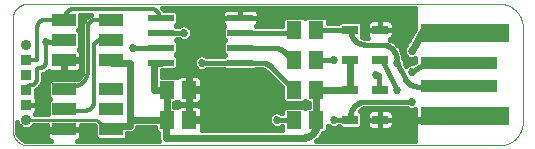
<source format=gtl>
G75*
%MOIN*%
%OFA0B0*%
%FSLAX25Y25*%
%IPPOS*%
%LPD*%
%AMOC8*
5,1,8,0,0,1.08239X$1,22.5*
%
%ADD10C,0.00000*%
%ADD11R,0.05118X0.05906*%
%ADD12R,0.05315X0.03150*%
%ADD13R,0.08700X0.02400*%
%ADD14R,0.07874X0.04331*%
%ADD15R,0.03500X0.03200*%
%ADD16C,0.03500*%
%ADD17R,0.29528X0.05906*%
%ADD18R,0.25591X0.03937*%
%ADD19C,0.02400*%
%ADD20C,0.01500*%
%ADD21C,0.01000*%
%ADD22C,0.01600*%
%ADD23C,0.01200*%
%ADD24C,0.02700*%
%ADD25C,0.00600*%
D10*
X0011800Y0006800D02*
X0168926Y0006800D01*
X0169116Y0006802D01*
X0169306Y0006809D01*
X0169496Y0006821D01*
X0169686Y0006837D01*
X0169875Y0006857D01*
X0170064Y0006883D01*
X0170252Y0006912D01*
X0170439Y0006947D01*
X0170625Y0006986D01*
X0170810Y0007029D01*
X0170995Y0007077D01*
X0171178Y0007129D01*
X0171359Y0007185D01*
X0171539Y0007246D01*
X0171718Y0007312D01*
X0171895Y0007381D01*
X0172071Y0007455D01*
X0172244Y0007533D01*
X0172416Y0007616D01*
X0172585Y0007702D01*
X0172753Y0007792D01*
X0172918Y0007887D01*
X0173081Y0007985D01*
X0173241Y0008088D01*
X0173399Y0008194D01*
X0173554Y0008304D01*
X0173707Y0008417D01*
X0173857Y0008535D01*
X0174003Y0008656D01*
X0174147Y0008780D01*
X0174288Y0008908D01*
X0174426Y0009039D01*
X0174561Y0009174D01*
X0174692Y0009312D01*
X0174820Y0009453D01*
X0174944Y0009597D01*
X0175065Y0009743D01*
X0175183Y0009893D01*
X0175296Y0010046D01*
X0175406Y0010201D01*
X0175512Y0010359D01*
X0175615Y0010519D01*
X0175713Y0010682D01*
X0175808Y0010847D01*
X0175898Y0011015D01*
X0175984Y0011184D01*
X0176067Y0011356D01*
X0176145Y0011529D01*
X0176219Y0011705D01*
X0176288Y0011882D01*
X0176354Y0012061D01*
X0176415Y0012241D01*
X0176471Y0012422D01*
X0176523Y0012605D01*
X0176571Y0012790D01*
X0176614Y0012975D01*
X0176653Y0013161D01*
X0176688Y0013348D01*
X0176717Y0013536D01*
X0176743Y0013725D01*
X0176763Y0013914D01*
X0176779Y0014104D01*
X0176791Y0014294D01*
X0176798Y0014484D01*
X0176800Y0014674D01*
X0176800Y0046170D01*
X0176798Y0046360D01*
X0176791Y0046550D01*
X0176779Y0046740D01*
X0176763Y0046930D01*
X0176743Y0047119D01*
X0176717Y0047308D01*
X0176688Y0047496D01*
X0176653Y0047683D01*
X0176614Y0047869D01*
X0176571Y0048054D01*
X0176523Y0048239D01*
X0176471Y0048422D01*
X0176415Y0048603D01*
X0176354Y0048783D01*
X0176288Y0048962D01*
X0176219Y0049139D01*
X0176145Y0049315D01*
X0176067Y0049488D01*
X0175984Y0049660D01*
X0175898Y0049829D01*
X0175808Y0049997D01*
X0175713Y0050162D01*
X0175615Y0050325D01*
X0175512Y0050485D01*
X0175406Y0050643D01*
X0175296Y0050798D01*
X0175183Y0050951D01*
X0175065Y0051101D01*
X0174944Y0051247D01*
X0174820Y0051391D01*
X0174692Y0051532D01*
X0174561Y0051670D01*
X0174426Y0051805D01*
X0174288Y0051936D01*
X0174147Y0052064D01*
X0174003Y0052188D01*
X0173857Y0052309D01*
X0173707Y0052427D01*
X0173554Y0052540D01*
X0173399Y0052650D01*
X0173241Y0052756D01*
X0173081Y0052859D01*
X0172918Y0052957D01*
X0172753Y0053052D01*
X0172585Y0053142D01*
X0172416Y0053228D01*
X0172244Y0053311D01*
X0172071Y0053389D01*
X0171895Y0053463D01*
X0171718Y0053532D01*
X0171539Y0053598D01*
X0171359Y0053659D01*
X0171178Y0053715D01*
X0170995Y0053767D01*
X0170810Y0053815D01*
X0170625Y0053858D01*
X0170439Y0053897D01*
X0170252Y0053932D01*
X0170064Y0053961D01*
X0169875Y0053987D01*
X0169686Y0054007D01*
X0169496Y0054023D01*
X0169306Y0054035D01*
X0169116Y0054042D01*
X0168926Y0054044D01*
X0011800Y0054044D01*
X0011660Y0054042D01*
X0011520Y0054036D01*
X0011380Y0054026D01*
X0011240Y0054013D01*
X0011101Y0053995D01*
X0010962Y0053973D01*
X0010825Y0053948D01*
X0010687Y0053919D01*
X0010551Y0053886D01*
X0010416Y0053849D01*
X0010282Y0053808D01*
X0010149Y0053763D01*
X0010017Y0053715D01*
X0009887Y0053663D01*
X0009758Y0053608D01*
X0009631Y0053549D01*
X0009505Y0053486D01*
X0009381Y0053420D01*
X0009260Y0053351D01*
X0009140Y0053278D01*
X0009022Y0053201D01*
X0008907Y0053122D01*
X0008793Y0053039D01*
X0008683Y0052953D01*
X0008574Y0052864D01*
X0008468Y0052772D01*
X0008365Y0052677D01*
X0008264Y0052580D01*
X0008167Y0052479D01*
X0008072Y0052376D01*
X0007980Y0052270D01*
X0007891Y0052161D01*
X0007805Y0052051D01*
X0007722Y0051937D01*
X0007643Y0051822D01*
X0007566Y0051704D01*
X0007493Y0051584D01*
X0007424Y0051463D01*
X0007358Y0051339D01*
X0007295Y0051213D01*
X0007236Y0051086D01*
X0007181Y0050957D01*
X0007129Y0050827D01*
X0007081Y0050695D01*
X0007036Y0050562D01*
X0006995Y0050428D01*
X0006958Y0050293D01*
X0006925Y0050157D01*
X0006896Y0050019D01*
X0006871Y0049882D01*
X0006849Y0049743D01*
X0006831Y0049604D01*
X0006818Y0049464D01*
X0006808Y0049324D01*
X0006802Y0049184D01*
X0006800Y0049044D01*
X0006800Y0011800D01*
X0006802Y0011660D01*
X0006808Y0011520D01*
X0006818Y0011380D01*
X0006831Y0011240D01*
X0006849Y0011101D01*
X0006871Y0010962D01*
X0006896Y0010825D01*
X0006925Y0010687D01*
X0006958Y0010551D01*
X0006995Y0010416D01*
X0007036Y0010282D01*
X0007081Y0010149D01*
X0007129Y0010017D01*
X0007181Y0009887D01*
X0007236Y0009758D01*
X0007295Y0009631D01*
X0007358Y0009505D01*
X0007424Y0009381D01*
X0007493Y0009260D01*
X0007566Y0009140D01*
X0007643Y0009022D01*
X0007722Y0008907D01*
X0007805Y0008793D01*
X0007891Y0008683D01*
X0007980Y0008574D01*
X0008072Y0008468D01*
X0008167Y0008365D01*
X0008264Y0008264D01*
X0008365Y0008167D01*
X0008468Y0008072D01*
X0008574Y0007980D01*
X0008683Y0007891D01*
X0008793Y0007805D01*
X0008907Y0007722D01*
X0009022Y0007643D01*
X0009140Y0007566D01*
X0009260Y0007493D01*
X0009381Y0007424D01*
X0009505Y0007358D01*
X0009631Y0007295D01*
X0009758Y0007236D01*
X0009887Y0007181D01*
X0010017Y0007129D01*
X0010149Y0007081D01*
X0010282Y0007036D01*
X0010416Y0006995D01*
X0010551Y0006958D01*
X0010687Y0006925D01*
X0010825Y0006896D01*
X0010962Y0006871D01*
X0011101Y0006849D01*
X0011240Y0006831D01*
X0011380Y0006818D01*
X0011520Y0006808D01*
X0011660Y0006802D01*
X0011800Y0006800D01*
D11*
X0058060Y0015422D03*
X0065540Y0015422D03*
X0065540Y0025422D03*
X0058060Y0025422D03*
X0100560Y0025422D03*
X0108040Y0025422D03*
X0108040Y0015422D03*
X0100560Y0015422D03*
X0100560Y0035422D03*
X0108040Y0035422D03*
X0108040Y0045422D03*
X0100560Y0045422D03*
D12*
X0119300Y0045422D03*
X0129300Y0045422D03*
X0129300Y0035422D03*
X0119300Y0035422D03*
X0119300Y0025422D03*
X0129300Y0025422D03*
X0129300Y0015422D03*
X0119300Y0015422D03*
D13*
X0082600Y0034422D03*
X0082600Y0039422D03*
X0082600Y0044422D03*
X0082600Y0049422D03*
X0056100Y0049422D03*
X0056100Y0044422D03*
X0056100Y0039422D03*
X0056100Y0034422D03*
D14*
X0039674Y0035229D03*
X0023926Y0035229D03*
X0023926Y0041922D03*
X0039674Y0041922D03*
X0039674Y0048615D03*
X0023926Y0048615D03*
X0023926Y0025515D03*
X0039674Y0025515D03*
X0039674Y0018822D03*
X0023926Y0018822D03*
X0023926Y0012129D03*
X0039674Y0012129D03*
D15*
X0011300Y0020422D03*
X0011300Y0025422D03*
X0011300Y0030422D03*
X0011300Y0035422D03*
D16*
X0011300Y0040422D03*
X0011300Y0015422D03*
D17*
X0157587Y0016642D03*
X0157587Y0044202D03*
D18*
X0155619Y0034359D03*
X0155619Y0026485D03*
D19*
X0158808Y0015800D02*
X0137800Y0015422D01*
X0108040Y0015422D02*
X0108040Y0013422D01*
X0108024Y0013291D01*
X0108004Y0013161D01*
X0107980Y0013032D01*
X0107952Y0012903D01*
X0107920Y0012775D01*
X0107885Y0012648D01*
X0107846Y0012522D01*
X0107804Y0012398D01*
X0107758Y0012274D01*
X0107708Y0012152D01*
X0107655Y0012032D01*
X0107598Y0011913D01*
X0107538Y0011796D01*
X0107474Y0011680D01*
X0107407Y0011567D01*
X0107337Y0011455D01*
X0107264Y0011346D01*
X0107187Y0011239D01*
X0107108Y0011134D01*
X0107025Y0011031D01*
X0106940Y0010931D01*
X0106851Y0010834D01*
X0106760Y0010739D01*
X0106666Y0010646D01*
X0106569Y0010557D01*
X0106470Y0010470D01*
X0106369Y0010386D01*
X0106265Y0010305D01*
X0106158Y0010228D01*
X0106050Y0010153D01*
X0105939Y0010082D01*
X0105826Y0010014D01*
X0105712Y0009949D01*
X0105595Y0009887D01*
X0105477Y0009829D01*
X0105357Y0009775D01*
X0105236Y0009724D01*
X0105113Y0009676D01*
X0104989Y0009632D01*
X0104863Y0009592D01*
X0104737Y0009555D01*
X0104609Y0009522D01*
X0104481Y0009493D01*
X0104352Y0009467D01*
X0104222Y0009446D01*
X0104091Y0009428D01*
X0103960Y0009414D01*
X0103829Y0009403D01*
X0103697Y0009397D01*
X0103566Y0009394D01*
X0103434Y0009395D01*
X0103302Y0009400D01*
X0103171Y0009409D01*
X0103040Y0009422D01*
X0057800Y0009422D01*
X0058060Y0025422D01*
X0053800Y0025422D01*
X0053800Y0034422D01*
X0056100Y0034422D01*
X0045800Y0034422D02*
X0045800Y0015422D01*
X0045800Y0013422D01*
X0039674Y0013422D01*
X0045800Y0015422D02*
X0057800Y0015422D01*
X0057800Y0009422D01*
X0058060Y0015422D02*
X0058060Y0025422D01*
X0057800Y0025422D01*
X0045800Y0034422D02*
X0039800Y0034422D01*
X0108040Y0025422D02*
X0108040Y0015422D01*
X0108040Y0025422D02*
X0119300Y0025422D01*
X0119300Y0035422D01*
X0139800Y0038422D02*
X0143800Y0045800D01*
D20*
X0119300Y0045422D02*
X0108040Y0045422D01*
X0083800Y0039422D02*
X0082600Y0039422D01*
X0099800Y0035422D02*
X0100560Y0035422D01*
X0039674Y0035229D02*
X0039674Y0034422D01*
X0057800Y0015422D02*
X0058060Y0015422D01*
X0039674Y0013422D02*
X0039674Y0012129D01*
D21*
X0039674Y0013422D02*
X0036800Y0013422D01*
X0035532Y0014690D02*
X0035461Y0014758D01*
X0035388Y0014823D01*
X0035312Y0014885D01*
X0035233Y0014945D01*
X0035153Y0015001D01*
X0035070Y0015054D01*
X0034986Y0015103D01*
X0034899Y0015150D01*
X0034811Y0015192D01*
X0034721Y0015232D01*
X0034629Y0015267D01*
X0034537Y0015300D01*
X0034443Y0015328D01*
X0034348Y0015353D01*
X0034252Y0015374D01*
X0034155Y0015391D01*
X0034058Y0015405D01*
X0033960Y0015414D01*
X0033862Y0015420D01*
X0033764Y0015422D01*
X0011300Y0015422D01*
D22*
X0008200Y0014675D02*
X0008630Y0013638D01*
X0009516Y0012752D01*
X0010673Y0012272D01*
X0011927Y0012272D01*
X0013084Y0012752D01*
X0013855Y0013522D01*
X0018189Y0013522D01*
X0018189Y0012412D01*
X0023643Y0012412D01*
X0023643Y0013522D01*
X0024209Y0013522D01*
X0024209Y0012412D01*
X0029663Y0012412D01*
X0029663Y0013522D01*
X0033764Y0013522D01*
X0033882Y0013510D01*
X0033884Y0013509D01*
X0034337Y0013057D01*
X0034337Y0009384D01*
X0035157Y0008564D01*
X0044191Y0008564D01*
X0045011Y0009384D01*
X0045011Y0010822D01*
X0046317Y0010822D01*
X0047273Y0011218D01*
X0048004Y0011949D01*
X0048366Y0012822D01*
X0054101Y0012822D01*
X0054101Y0011889D01*
X0054921Y0011069D01*
X0055200Y0011069D01*
X0055200Y0009443D01*
X0055192Y0008947D01*
X0055200Y0008927D01*
X0055200Y0008905D01*
X0055390Y0008447D01*
X0055487Y0008200D01*
X0028235Y0008200D01*
X0028558Y0008286D01*
X0028968Y0008523D01*
X0029303Y0008859D01*
X0029540Y0009269D01*
X0029663Y0009727D01*
X0029663Y0011846D01*
X0024209Y0011846D01*
X0024209Y0012412D01*
X0023643Y0012412D01*
X0023643Y0011846D01*
X0018189Y0011846D01*
X0018189Y0009727D01*
X0018312Y0009269D01*
X0018549Y0008859D01*
X0018884Y0008523D01*
X0019294Y0008286D01*
X0019617Y0008200D01*
X0011800Y0008200D01*
X0011098Y0008269D01*
X0009800Y0008807D01*
X0008807Y0009800D01*
X0008269Y0011098D01*
X0008200Y0011800D01*
X0008200Y0014675D01*
X0008200Y0013194D02*
X0009073Y0013194D01*
X0008220Y0011596D02*
X0018189Y0011596D01*
X0015800Y0011422D02*
X0023926Y0012422D01*
X0023926Y0012129D01*
X0023643Y0013194D02*
X0024209Y0013194D01*
X0029663Y0013194D02*
X0034200Y0013194D01*
X0031800Y0012422D02*
X0031800Y0012129D01*
X0029663Y0011596D02*
X0034337Y0011596D01*
X0034337Y0009997D02*
X0029663Y0009997D01*
X0028752Y0008399D02*
X0055409Y0008399D01*
X0055200Y0009997D02*
X0045011Y0009997D01*
X0047650Y0011596D02*
X0054395Y0011596D01*
X0065540Y0015422D02*
X0072800Y0015422D01*
X0069899Y0015902D02*
X0069899Y0018612D01*
X0069777Y0019070D01*
X0069540Y0019480D01*
X0069204Y0019815D01*
X0068794Y0020052D01*
X0068336Y0020175D01*
X0066020Y0020175D01*
X0066020Y0015902D01*
X0065061Y0015902D01*
X0065061Y0020175D01*
X0062744Y0020175D01*
X0062286Y0020052D01*
X0061876Y0019815D01*
X0061541Y0019480D01*
X0061523Y0019450D01*
X0061199Y0019775D01*
X0060660Y0019775D01*
X0060660Y0021069D01*
X0061199Y0021069D01*
X0061523Y0021394D01*
X0061541Y0021364D01*
X0061876Y0021029D01*
X0062286Y0020792D01*
X0062744Y0020669D01*
X0065061Y0020669D01*
X0065061Y0024942D01*
X0066020Y0024942D01*
X0066020Y0020669D01*
X0068336Y0020669D01*
X0068794Y0020792D01*
X0069204Y0021029D01*
X0069540Y0021364D01*
X0069777Y0021774D01*
X0069899Y0022232D01*
X0069899Y0024942D01*
X0066020Y0024942D01*
X0066020Y0025902D01*
X0065061Y0025902D01*
X0065061Y0030175D01*
X0062744Y0030175D01*
X0062286Y0030052D01*
X0061876Y0029815D01*
X0061541Y0029480D01*
X0061523Y0029450D01*
X0061199Y0029775D01*
X0056400Y0029775D01*
X0056400Y0031822D01*
X0061030Y0031822D01*
X0061850Y0032642D01*
X0061850Y0036202D01*
X0061130Y0036922D01*
X0061850Y0037642D01*
X0061850Y0041202D01*
X0061130Y0041922D01*
X0061430Y0042222D01*
X0062111Y0042222D01*
X0062242Y0042091D01*
X0063253Y0041672D01*
X0064347Y0041672D01*
X0065358Y0042091D01*
X0066131Y0042864D01*
X0066550Y0043875D01*
X0066550Y0044969D01*
X0066131Y0045980D01*
X0065358Y0046753D01*
X0064347Y0047172D01*
X0063253Y0047172D01*
X0062242Y0046753D01*
X0062111Y0046622D01*
X0061430Y0046622D01*
X0061130Y0046922D01*
X0061850Y0047642D01*
X0061850Y0051202D01*
X0061030Y0052022D01*
X0057135Y0052022D01*
X0057039Y0052254D01*
X0057039Y0052254D01*
X0056649Y0052644D01*
X0140800Y0052644D01*
X0140800Y0045722D01*
X0137946Y0040457D01*
X0137469Y0039980D01*
X0137050Y0038969D01*
X0137050Y0037875D01*
X0137469Y0036864D01*
X0138242Y0036091D01*
X0139253Y0035672D01*
X0140347Y0035672D01*
X0140800Y0035860D01*
X0140800Y0034576D01*
X0140121Y0034172D01*
X0139253Y0034172D01*
X0138242Y0033753D01*
X0137810Y0033321D01*
X0137542Y0033857D01*
X0137550Y0033875D01*
X0137550Y0034969D01*
X0137131Y0035980D01*
X0137000Y0036111D01*
X0137000Y0036854D01*
X0135904Y0039500D01*
X0135904Y0039500D01*
X0133878Y0041526D01*
X0132453Y0042116D01*
X0132652Y0042170D01*
X0133063Y0042407D01*
X0133398Y0042742D01*
X0133635Y0043152D01*
X0133757Y0043610D01*
X0133757Y0045422D01*
X0129300Y0045422D01*
X0134800Y0045422D01*
X0133757Y0045422D02*
X0133757Y0047234D01*
X0133635Y0047692D01*
X0133398Y0048102D01*
X0133063Y0048437D01*
X0132652Y0048674D01*
X0132194Y0048797D01*
X0129300Y0048797D01*
X0129300Y0045422D01*
X0129300Y0045422D01*
X0133757Y0045422D01*
X0133757Y0045164D02*
X0140498Y0045164D01*
X0139631Y0043566D02*
X0133746Y0043566D01*
X0132813Y0041967D02*
X0138765Y0041967D01*
X0133878Y0041526D02*
X0133878Y0041526D01*
X0135036Y0040369D02*
X0137858Y0040369D01*
X0137050Y0038770D02*
X0136206Y0038770D01*
X0136868Y0037172D02*
X0137341Y0037172D01*
X0137300Y0035573D02*
X0140800Y0035573D01*
X0138777Y0033975D02*
X0137550Y0033975D01*
X0134800Y0034422D02*
X0134800Y0035422D01*
X0134800Y0034422D02*
X0137418Y0029186D01*
X0139800Y0031422D02*
X0143800Y0033800D01*
X0155619Y0034359D01*
X0155619Y0026485D02*
X0155432Y0026421D01*
X0155244Y0026362D01*
X0155054Y0026307D01*
X0154863Y0026257D01*
X0154670Y0026212D01*
X0154477Y0026171D01*
X0154283Y0026136D01*
X0154088Y0026105D01*
X0153892Y0026079D01*
X0153695Y0026057D01*
X0153498Y0026041D01*
X0153301Y0026029D01*
X0153104Y0026022D01*
X0152906Y0026020D01*
X0152709Y0026023D01*
X0152511Y0026031D01*
X0152314Y0026043D01*
X0152117Y0026060D01*
X0151921Y0026083D01*
X0151725Y0026110D01*
X0151531Y0026141D01*
X0151336Y0026178D01*
X0151143Y0026219D01*
X0150951Y0026265D01*
X0150760Y0026316D01*
X0150571Y0026371D01*
X0150382Y0026431D01*
X0150196Y0026496D01*
X0150011Y0026565D01*
X0149827Y0026639D01*
X0149646Y0026717D01*
X0149467Y0026800D01*
X0141890Y0026422D01*
X0134800Y0025422D02*
X0129800Y0035422D01*
X0134800Y0035422D02*
X0134798Y0035562D01*
X0134792Y0035702D01*
X0134782Y0035842D01*
X0134769Y0035982D01*
X0134751Y0036121D01*
X0134729Y0036260D01*
X0134704Y0036397D01*
X0134675Y0036535D01*
X0134642Y0036671D01*
X0134605Y0036806D01*
X0134564Y0036940D01*
X0134519Y0037073D01*
X0134471Y0037205D01*
X0134419Y0037335D01*
X0134364Y0037464D01*
X0134305Y0037591D01*
X0134242Y0037717D01*
X0134176Y0037841D01*
X0134107Y0037962D01*
X0134034Y0038082D01*
X0133957Y0038200D01*
X0133878Y0038315D01*
X0133795Y0038429D01*
X0133709Y0038539D01*
X0133620Y0038648D01*
X0133528Y0038754D01*
X0133433Y0038857D01*
X0133336Y0038958D01*
X0133235Y0039055D01*
X0133132Y0039150D01*
X0133026Y0039242D01*
X0132917Y0039331D01*
X0132807Y0039417D01*
X0132693Y0039500D01*
X0132578Y0039579D01*
X0132460Y0039656D01*
X0132340Y0039729D01*
X0132219Y0039798D01*
X0132095Y0039864D01*
X0131969Y0039927D01*
X0131842Y0039986D01*
X0131713Y0040041D01*
X0131583Y0040093D01*
X0131451Y0040141D01*
X0131318Y0040186D01*
X0131184Y0040227D01*
X0131049Y0040264D01*
X0130913Y0040297D01*
X0130775Y0040326D01*
X0130638Y0040351D01*
X0130499Y0040373D01*
X0130360Y0040391D01*
X0130220Y0040404D01*
X0130080Y0040414D01*
X0129940Y0040420D01*
X0129800Y0040422D01*
X0124325Y0040422D01*
X0124325Y0042622D02*
X0123813Y0042669D01*
X0123052Y0042962D01*
X0123357Y0043267D01*
X0123357Y0047577D01*
X0122537Y0048397D01*
X0116063Y0048397D01*
X0115243Y0047577D01*
X0115243Y0047572D01*
X0111999Y0047572D01*
X0111999Y0048955D01*
X0111179Y0049775D01*
X0104901Y0049775D01*
X0104300Y0049174D01*
X0103699Y0049775D01*
X0097421Y0049775D01*
X0096601Y0048955D01*
X0096601Y0046622D01*
X0087930Y0046622D01*
X0087875Y0046677D01*
X0088055Y0046782D01*
X0088390Y0047117D01*
X0088627Y0047527D01*
X0088750Y0047985D01*
X0088750Y0049422D01*
X0088750Y0050859D01*
X0088627Y0051317D01*
X0088390Y0051727D01*
X0088055Y0052062D01*
X0087645Y0052299D01*
X0087187Y0052422D01*
X0082600Y0052422D01*
X0082600Y0049422D01*
X0082600Y0049422D01*
X0088750Y0049422D01*
X0082600Y0049422D01*
X0082600Y0049422D01*
X0082600Y0049422D01*
X0076450Y0049422D01*
X0076450Y0050859D01*
X0076573Y0051317D01*
X0076810Y0051727D01*
X0077145Y0052062D01*
X0077555Y0052299D01*
X0078013Y0052422D01*
X0082600Y0052422D01*
X0082600Y0049422D01*
X0076450Y0049422D01*
X0076450Y0047985D01*
X0076573Y0047527D01*
X0076810Y0047117D01*
X0077145Y0046782D01*
X0077325Y0046677D01*
X0076850Y0046202D01*
X0076850Y0042642D01*
X0077570Y0041922D01*
X0076850Y0041202D01*
X0076850Y0037642D01*
X0077570Y0036922D01*
X0077270Y0036622D01*
X0071489Y0036622D01*
X0071358Y0036753D01*
X0070347Y0037172D01*
X0069253Y0037172D01*
X0068242Y0036753D01*
X0067469Y0035980D01*
X0067050Y0034969D01*
X0067050Y0033875D01*
X0067469Y0032864D01*
X0068242Y0032091D01*
X0069253Y0031672D01*
X0070347Y0031672D01*
X0071358Y0032091D01*
X0071489Y0032222D01*
X0077270Y0032222D01*
X0077670Y0031822D01*
X0087530Y0031822D01*
X0087930Y0032222D01*
X0089489Y0032222D01*
X0090035Y0032168D01*
X0091044Y0031750D01*
X0091469Y0031402D01*
X0092104Y0030767D01*
X0092113Y0030758D01*
X0096601Y0026270D01*
X0096601Y0021889D01*
X0097421Y0021069D01*
X0103699Y0021069D01*
X0104300Y0021670D01*
X0104901Y0021069D01*
X0105440Y0021069D01*
X0105440Y0019775D01*
X0104901Y0019775D01*
X0104300Y0019174D01*
X0103699Y0019775D01*
X0097421Y0019775D01*
X0096601Y0018955D01*
X0096601Y0017622D01*
X0096489Y0017622D01*
X0096358Y0017753D01*
X0095347Y0018172D01*
X0094253Y0018172D01*
X0093242Y0017753D01*
X0092469Y0016980D01*
X0092050Y0015969D01*
X0092050Y0014875D01*
X0092469Y0013864D01*
X0093242Y0013091D01*
X0094253Y0012672D01*
X0095347Y0012672D01*
X0096358Y0013091D01*
X0096489Y0013222D01*
X0096601Y0013222D01*
X0096601Y0012022D01*
X0069843Y0012022D01*
X0069899Y0012232D01*
X0069899Y0014942D01*
X0066020Y0014942D01*
X0066020Y0015902D01*
X0069899Y0015902D01*
X0069899Y0016391D02*
X0092225Y0016391D01*
X0094800Y0015422D02*
X0100560Y0015422D01*
X0096601Y0013194D02*
X0096461Y0013194D01*
X0093139Y0013194D02*
X0069899Y0013194D01*
X0072800Y0015422D02*
X0072887Y0015420D01*
X0072974Y0015414D01*
X0073061Y0015405D01*
X0073147Y0015392D01*
X0073233Y0015375D01*
X0073318Y0015354D01*
X0073401Y0015329D01*
X0073484Y0015301D01*
X0073565Y0015270D01*
X0073645Y0015235D01*
X0073723Y0015196D01*
X0073800Y0015154D01*
X0073875Y0015109D01*
X0073947Y0015060D01*
X0074018Y0015009D01*
X0074086Y0014954D01*
X0074151Y0014897D01*
X0074214Y0014836D01*
X0074275Y0014773D01*
X0074332Y0014708D01*
X0074387Y0014640D01*
X0074438Y0014569D01*
X0074487Y0014497D01*
X0074532Y0014422D01*
X0074574Y0014345D01*
X0074613Y0014267D01*
X0074648Y0014187D01*
X0074679Y0014106D01*
X0074707Y0014023D01*
X0074732Y0013940D01*
X0074753Y0013855D01*
X0074770Y0013769D01*
X0074783Y0013683D01*
X0074792Y0013596D01*
X0074798Y0013509D01*
X0074800Y0013422D01*
X0069899Y0014793D02*
X0092084Y0014793D01*
X0093813Y0017990D02*
X0069899Y0017990D01*
X0069431Y0019588D02*
X0097234Y0019588D01*
X0096601Y0017990D02*
X0095787Y0017990D01*
X0097304Y0021187D02*
X0069362Y0021187D01*
X0066020Y0021187D02*
X0065061Y0021187D01*
X0061718Y0021187D02*
X0061316Y0021187D01*
X0061385Y0019588D02*
X0061649Y0019588D01*
X0065061Y0019588D02*
X0066020Y0019588D01*
X0066020Y0017990D02*
X0065061Y0017990D01*
X0065061Y0016391D02*
X0066020Y0016391D01*
X0066020Y0022785D02*
X0065061Y0022785D01*
X0065061Y0024384D02*
X0066020Y0024384D01*
X0069899Y0024384D02*
X0096601Y0024384D01*
X0096601Y0022785D02*
X0069899Y0022785D01*
X0069899Y0025902D02*
X0066020Y0025902D01*
X0066020Y0030175D01*
X0068336Y0030175D01*
X0068794Y0030052D01*
X0069204Y0029815D01*
X0069540Y0029480D01*
X0069777Y0029070D01*
X0069899Y0028612D01*
X0069899Y0025902D01*
X0069899Y0025982D02*
X0096601Y0025982D01*
X0100560Y0025422D02*
X0093024Y0032958D01*
X0093729Y0039422D02*
X0093869Y0039420D01*
X0094009Y0039414D01*
X0094149Y0039404D01*
X0094289Y0039391D01*
X0094428Y0039373D01*
X0094567Y0039351D01*
X0094704Y0039326D01*
X0094842Y0039297D01*
X0094978Y0039264D01*
X0095113Y0039227D01*
X0095247Y0039186D01*
X0095380Y0039141D01*
X0095512Y0039093D01*
X0095642Y0039041D01*
X0095771Y0038986D01*
X0095898Y0038927D01*
X0096024Y0038864D01*
X0096148Y0038798D01*
X0096269Y0038729D01*
X0096389Y0038656D01*
X0096507Y0038579D01*
X0096622Y0038500D01*
X0096736Y0038417D01*
X0096846Y0038331D01*
X0096955Y0038242D01*
X0097061Y0038150D01*
X0097164Y0038055D01*
X0097265Y0037958D01*
X0097264Y0037958D02*
X0099800Y0035422D01*
X0108040Y0035422D02*
X0113800Y0035422D01*
X0127800Y0030422D02*
X0128800Y0030422D01*
X0128800Y0025422D01*
X0129300Y0025422D01*
X0124300Y0021422D02*
X0139800Y0021422D01*
X0138111Y0019222D02*
X0138242Y0019091D01*
X0139253Y0018672D01*
X0140347Y0018672D01*
X0140800Y0018860D01*
X0140800Y0008200D01*
X0107798Y0008200D01*
X0109100Y0009242D01*
X0110106Y0011069D01*
X0111179Y0011069D01*
X0111999Y0011889D01*
X0111999Y0013334D01*
X0112242Y0013091D01*
X0113253Y0012672D01*
X0114347Y0012672D01*
X0115358Y0013091D01*
X0115388Y0013121D01*
X0116063Y0012447D01*
X0122537Y0012447D01*
X0123357Y0013267D01*
X0123357Y0017577D01*
X0122537Y0018397D01*
X0122391Y0018397D01*
X0122744Y0018750D01*
X0123754Y0019168D01*
X0124300Y0019222D01*
X0138111Y0019222D01*
X0140800Y0017990D02*
X0133463Y0017990D01*
X0133398Y0018102D02*
X0133063Y0018437D01*
X0132652Y0018674D01*
X0132194Y0018797D01*
X0129300Y0018797D01*
X0129300Y0015422D01*
X0137800Y0015422D01*
X0137800Y0009422D01*
X0140800Y0009997D02*
X0109516Y0009997D01*
X0109100Y0009242D02*
X0109100Y0009242D01*
X0109100Y0009242D01*
X0108046Y0008399D02*
X0140800Y0008399D01*
X0140800Y0011596D02*
X0111705Y0011596D01*
X0111999Y0013194D02*
X0112139Y0013194D01*
X0113800Y0015422D02*
X0119300Y0015422D01*
X0119300Y0016422D01*
X0123357Y0016391D02*
X0124843Y0016391D01*
X0124300Y0021422D02*
X0124160Y0021420D01*
X0124020Y0021414D01*
X0123880Y0021404D01*
X0123740Y0021391D01*
X0123601Y0021373D01*
X0123462Y0021351D01*
X0123325Y0021326D01*
X0123187Y0021297D01*
X0123051Y0021264D01*
X0122916Y0021227D01*
X0122782Y0021186D01*
X0122649Y0021141D01*
X0122517Y0021093D01*
X0122387Y0021041D01*
X0122258Y0020986D01*
X0122131Y0020927D01*
X0122005Y0020864D01*
X0121881Y0020798D01*
X0121760Y0020729D01*
X0121640Y0020656D01*
X0121522Y0020579D01*
X0121407Y0020500D01*
X0121293Y0020417D01*
X0121183Y0020331D01*
X0121074Y0020242D01*
X0120968Y0020150D01*
X0120865Y0020055D01*
X0120764Y0019958D01*
X0120667Y0019857D01*
X0120572Y0019754D01*
X0120480Y0019648D01*
X0120391Y0019539D01*
X0120305Y0019429D01*
X0120222Y0019315D01*
X0120143Y0019200D01*
X0120066Y0019082D01*
X0119993Y0018962D01*
X0119924Y0018841D01*
X0119858Y0018717D01*
X0119795Y0018591D01*
X0119736Y0018464D01*
X0119681Y0018335D01*
X0119629Y0018205D01*
X0119581Y0018073D01*
X0119536Y0017940D01*
X0119495Y0017806D01*
X0119458Y0017671D01*
X0119425Y0017535D01*
X0119396Y0017397D01*
X0119371Y0017260D01*
X0119349Y0017121D01*
X0119331Y0016982D01*
X0119318Y0016842D01*
X0119308Y0016702D01*
X0119302Y0016562D01*
X0119300Y0016422D01*
X0122945Y0017990D02*
X0125137Y0017990D01*
X0125202Y0018102D02*
X0124965Y0017692D01*
X0124843Y0017234D01*
X0124843Y0015422D01*
X0124843Y0013610D01*
X0124965Y0013152D01*
X0125202Y0012742D01*
X0125537Y0012407D01*
X0125948Y0012170D01*
X0126406Y0012047D01*
X0129300Y0012047D01*
X0132194Y0012047D01*
X0132652Y0012170D01*
X0133063Y0012407D01*
X0133398Y0012742D01*
X0133635Y0013152D01*
X0133757Y0013610D01*
X0133757Y0015422D01*
X0129300Y0015422D01*
X0133757Y0015422D01*
X0133757Y0017234D01*
X0133635Y0017692D01*
X0133398Y0018102D01*
X0129300Y0017990D02*
X0129300Y0017990D01*
X0129300Y0018797D02*
X0126406Y0018797D01*
X0125948Y0018674D01*
X0125537Y0018437D01*
X0125202Y0018102D01*
X0129300Y0018797D02*
X0129300Y0015422D01*
X0129300Y0015422D01*
X0129300Y0015422D01*
X0129300Y0012047D01*
X0129300Y0015422D01*
X0129300Y0015422D01*
X0129300Y0015422D01*
X0124843Y0015422D01*
X0129300Y0015422D01*
X0129300Y0014793D02*
X0129300Y0014793D01*
X0129300Y0013194D02*
X0129300Y0013194D01*
X0124954Y0013194D02*
X0123284Y0013194D01*
X0123357Y0014793D02*
X0124843Y0014793D01*
X0129300Y0016391D02*
X0129300Y0016391D01*
X0133757Y0016391D02*
X0140800Y0016391D01*
X0140800Y0014793D02*
X0133757Y0014793D01*
X0133646Y0013194D02*
X0140800Y0013194D01*
X0157587Y0016642D02*
X0158808Y0015800D01*
X0141890Y0026422D02*
X0141752Y0026424D01*
X0141613Y0026430D01*
X0141475Y0026439D01*
X0141338Y0026453D01*
X0141200Y0026470D01*
X0141063Y0026491D01*
X0140927Y0026516D01*
X0140792Y0026544D01*
X0140657Y0026576D01*
X0140524Y0026612D01*
X0140391Y0026652D01*
X0140260Y0026695D01*
X0140129Y0026742D01*
X0140001Y0026793D01*
X0139873Y0026847D01*
X0139747Y0026904D01*
X0139623Y0026965D01*
X0139501Y0027030D01*
X0139380Y0027098D01*
X0139261Y0027169D01*
X0139145Y0027243D01*
X0139030Y0027321D01*
X0138918Y0027401D01*
X0138808Y0027485D01*
X0138700Y0027572D01*
X0138594Y0027662D01*
X0138492Y0027754D01*
X0138391Y0027850D01*
X0138294Y0027948D01*
X0138199Y0028049D01*
X0138107Y0028152D01*
X0138018Y0028258D01*
X0137932Y0028367D01*
X0137849Y0028477D01*
X0137769Y0028590D01*
X0137692Y0028705D01*
X0137619Y0028823D01*
X0137548Y0028942D01*
X0137481Y0029063D01*
X0137418Y0029186D01*
X0129800Y0035422D02*
X0129300Y0035422D01*
X0125322Y0042622D02*
X0124325Y0042622D01*
X0124965Y0043152D02*
X0125202Y0042742D01*
X0125322Y0042622D01*
X0124965Y0043152D02*
X0124843Y0043610D01*
X0124843Y0045422D01*
X0129300Y0045422D01*
X0129300Y0045422D01*
X0129300Y0045422D01*
X0124843Y0045422D01*
X0124843Y0047234D01*
X0124965Y0047692D01*
X0125202Y0048102D01*
X0125537Y0048437D01*
X0125948Y0048674D01*
X0126406Y0048797D01*
X0129300Y0048797D01*
X0129300Y0045422D01*
X0129300Y0046763D02*
X0129300Y0046763D01*
X0124843Y0046763D02*
X0123357Y0046763D01*
X0119350Y0044924D02*
X0119366Y0044787D01*
X0119385Y0044649D01*
X0119408Y0044512D01*
X0119436Y0044376D01*
X0119466Y0044241D01*
X0119501Y0044107D01*
X0119539Y0043973D01*
X0119582Y0043841D01*
X0119627Y0043710D01*
X0119677Y0043580D01*
X0119729Y0043452D01*
X0119786Y0043325D01*
X0119846Y0043200D01*
X0119909Y0043076D01*
X0119976Y0042955D01*
X0120046Y0042835D01*
X0120120Y0042717D01*
X0120196Y0042602D01*
X0120276Y0042488D01*
X0120359Y0042377D01*
X0120445Y0042268D01*
X0120534Y0042162D01*
X0120626Y0042058D01*
X0120721Y0041956D01*
X0120819Y0041858D01*
X0120919Y0041762D01*
X0121022Y0041669D01*
X0121127Y0041578D01*
X0121235Y0041491D01*
X0121345Y0041407D01*
X0121458Y0041326D01*
X0121573Y0041248D01*
X0121690Y0041173D01*
X0121809Y0041101D01*
X0121930Y0041033D01*
X0122052Y0040968D01*
X0122177Y0040907D01*
X0122303Y0040849D01*
X0122431Y0040795D01*
X0122560Y0040744D01*
X0122690Y0040697D01*
X0122822Y0040653D01*
X0122955Y0040613D01*
X0123089Y0040577D01*
X0123224Y0040545D01*
X0123360Y0040516D01*
X0123496Y0040491D01*
X0123633Y0040470D01*
X0123771Y0040453D01*
X0123909Y0040439D01*
X0124048Y0040430D01*
X0124186Y0040424D01*
X0124325Y0040422D01*
X0124854Y0043566D02*
X0123357Y0043566D01*
X0123357Y0045164D02*
X0124843Y0045164D01*
X0119350Y0044924D02*
X0119300Y0045422D01*
X0116027Y0048361D02*
X0111999Y0048361D01*
X0122573Y0048361D02*
X0125461Y0048361D01*
X0129300Y0048361D02*
X0129300Y0048361D01*
X0133139Y0048361D02*
X0140800Y0048361D01*
X0140800Y0049960D02*
X0088750Y0049960D01*
X0088750Y0048361D02*
X0096601Y0048361D01*
X0096601Y0046763D02*
X0088023Y0046763D01*
X0082600Y0044422D02*
X0098800Y0044422D01*
X0098800Y0045422D01*
X0100560Y0045422D01*
X0100800Y0045422D01*
X0093729Y0039422D02*
X0082600Y0039422D01*
X0076850Y0038770D02*
X0061850Y0038770D01*
X0061850Y0040369D02*
X0076850Y0040369D01*
X0077525Y0041967D02*
X0065060Y0041967D01*
X0062540Y0041967D02*
X0061175Y0041967D01*
X0066422Y0043566D02*
X0076850Y0043566D01*
X0076850Y0045164D02*
X0066469Y0045164D01*
X0063800Y0044422D02*
X0056100Y0044422D01*
X0061289Y0046763D02*
X0062265Y0046763D01*
X0065335Y0046763D02*
X0077177Y0046763D01*
X0076450Y0048361D02*
X0061850Y0048361D01*
X0061850Y0049960D02*
X0076450Y0049960D01*
X0076712Y0051558D02*
X0061494Y0051558D01*
X0082600Y0051558D02*
X0082600Y0051558D01*
X0082600Y0049960D02*
X0082600Y0049960D01*
X0088488Y0051558D02*
X0140800Y0051558D01*
X0140800Y0046763D02*
X0133757Y0046763D01*
X0143800Y0045800D02*
X0156800Y0045800D01*
X0157587Y0044202D01*
X0095290Y0027581D02*
X0069899Y0027581D01*
X0069713Y0029179D02*
X0093691Y0029179D01*
X0093025Y0032958D02*
X0092924Y0033055D01*
X0092821Y0033150D01*
X0092715Y0033242D01*
X0092606Y0033331D01*
X0092496Y0033417D01*
X0092382Y0033500D01*
X0092267Y0033579D01*
X0092149Y0033656D01*
X0092029Y0033729D01*
X0091908Y0033798D01*
X0091784Y0033864D01*
X0091658Y0033927D01*
X0091531Y0033986D01*
X0091402Y0034041D01*
X0091272Y0034093D01*
X0091140Y0034141D01*
X0091007Y0034186D01*
X0090873Y0034227D01*
X0090738Y0034264D01*
X0090602Y0034297D01*
X0090464Y0034326D01*
X0090327Y0034351D01*
X0090188Y0034373D01*
X0090049Y0034391D01*
X0089909Y0034404D01*
X0089769Y0034414D01*
X0089629Y0034420D01*
X0089489Y0034422D01*
X0082600Y0034422D01*
X0069800Y0034422D01*
X0067300Y0035573D02*
X0061850Y0035573D01*
X0061850Y0033975D02*
X0067050Y0033975D01*
X0067957Y0032376D02*
X0061584Y0032376D01*
X0056400Y0030778D02*
X0092093Y0030778D01*
X0077320Y0037172D02*
X0070348Y0037172D01*
X0069252Y0037172D02*
X0061380Y0037172D01*
X0056100Y0039422D02*
X0046800Y0039422D01*
X0039800Y0034422D02*
X0039674Y0034422D01*
X0029800Y0033975D02*
X0029663Y0033975D01*
X0029663Y0034946D02*
X0024209Y0034946D01*
X0024209Y0035512D01*
X0029663Y0035512D01*
X0029663Y0037631D01*
X0029540Y0038089D01*
X0029303Y0038500D01*
X0028968Y0038835D01*
X0028938Y0038852D01*
X0029263Y0039177D01*
X0029263Y0044667D01*
X0028662Y0045268D01*
X0029263Y0045870D01*
X0029263Y0050422D01*
X0032760Y0050422D01*
X0031006Y0049409D01*
X0031006Y0049409D01*
X0029800Y0047321D01*
X0029800Y0031422D01*
X0029742Y0030837D01*
X0029294Y0029755D01*
X0028531Y0028992D01*
X0028443Y0029080D01*
X0019409Y0029080D01*
X0018589Y0028260D01*
X0018589Y0022770D01*
X0019190Y0022168D01*
X0018589Y0021567D01*
X0018589Y0017322D01*
X0014052Y0017322D01*
X0014155Y0017382D01*
X0014490Y0017717D01*
X0014727Y0018127D01*
X0014850Y0018585D01*
X0014850Y0020422D01*
X0014850Y0022259D01*
X0014727Y0022717D01*
X0014490Y0023127D01*
X0014413Y0023205D01*
X0014450Y0023242D01*
X0014450Y0025185D01*
X0015695Y0025904D01*
X0015696Y0025904D01*
X0015696Y0025904D01*
X0016800Y0027818D01*
X0016800Y0030672D01*
X0017055Y0030672D01*
X0018795Y0031677D01*
X0018808Y0031699D01*
X0018884Y0031623D01*
X0019294Y0031386D01*
X0019752Y0031264D01*
X0023643Y0031264D01*
X0023643Y0034946D01*
X0024209Y0034946D01*
X0024209Y0031264D01*
X0028100Y0031264D01*
X0028558Y0031386D01*
X0028968Y0031623D01*
X0029303Y0031959D01*
X0029540Y0032369D01*
X0029663Y0032827D01*
X0029663Y0034946D01*
X0029663Y0035573D02*
X0029800Y0035573D01*
X0029800Y0037172D02*
X0029663Y0037172D01*
X0029800Y0038770D02*
X0029033Y0038770D01*
X0029263Y0040369D02*
X0029800Y0040369D01*
X0029800Y0041967D02*
X0029263Y0041967D01*
X0029263Y0043566D02*
X0029800Y0043566D01*
X0029800Y0045164D02*
X0028766Y0045164D01*
X0029263Y0046763D02*
X0029800Y0046763D01*
X0029263Y0048361D02*
X0030401Y0048361D01*
X0031006Y0049409D02*
X0031006Y0049409D01*
X0031960Y0049960D02*
X0029263Y0049960D01*
X0023926Y0041922D02*
X0023924Y0041878D01*
X0023918Y0041835D01*
X0023909Y0041793D01*
X0023896Y0041751D01*
X0023879Y0041711D01*
X0023859Y0041672D01*
X0023836Y0041635D01*
X0023809Y0041601D01*
X0023780Y0041568D01*
X0023747Y0041539D01*
X0023713Y0041512D01*
X0023676Y0041489D01*
X0023637Y0041469D01*
X0023597Y0041452D01*
X0023555Y0041439D01*
X0023513Y0041430D01*
X0023470Y0041424D01*
X0023426Y0041422D01*
X0017800Y0041422D01*
X0023643Y0033975D02*
X0024209Y0033975D01*
X0024209Y0032376D02*
X0023643Y0032376D01*
X0018795Y0031677D02*
X0018795Y0031677D01*
X0018795Y0031677D01*
X0017238Y0030778D02*
X0029718Y0030778D01*
X0029800Y0032376D02*
X0029542Y0032376D01*
X0028718Y0029179D02*
X0016800Y0029179D01*
X0016663Y0027581D02*
X0018589Y0027581D01*
X0018589Y0025982D02*
X0015740Y0025982D01*
X0011800Y0025422D02*
X0011300Y0025422D01*
X0014450Y0024384D02*
X0018589Y0024384D01*
X0018589Y0022785D02*
X0014688Y0022785D01*
X0014850Y0021187D02*
X0018589Y0021187D01*
X0015800Y0020422D02*
X0011300Y0020422D01*
X0014850Y0020422D01*
X0011300Y0020422D01*
X0011300Y0020422D01*
X0014850Y0019588D02*
X0018589Y0019588D01*
X0018589Y0017990D02*
X0014648Y0017990D01*
X0013527Y0013194D02*
X0018189Y0013194D01*
X0018189Y0009997D02*
X0008725Y0009997D01*
X0010785Y0008399D02*
X0019100Y0008399D01*
X0065061Y0025982D02*
X0066020Y0025982D01*
X0066020Y0027581D02*
X0065061Y0027581D01*
X0065061Y0029179D02*
X0066020Y0029179D01*
X0103816Y0021187D02*
X0104784Y0021187D01*
X0104715Y0019588D02*
X0103885Y0019588D01*
D23*
X0036800Y0013422D02*
X0035532Y0014690D01*
X0031300Y0018422D02*
X0023926Y0018422D01*
X0023926Y0018822D01*
X0031300Y0018422D02*
X0031398Y0018424D01*
X0031496Y0018430D01*
X0031594Y0018439D01*
X0031691Y0018453D01*
X0031788Y0018470D01*
X0031884Y0018491D01*
X0031979Y0018516D01*
X0032073Y0018544D01*
X0032165Y0018577D01*
X0032257Y0018612D01*
X0032347Y0018652D01*
X0032435Y0018694D01*
X0032522Y0018741D01*
X0032606Y0018790D01*
X0032689Y0018843D01*
X0032769Y0018899D01*
X0032848Y0018959D01*
X0032924Y0019021D01*
X0032997Y0019086D01*
X0033068Y0019154D01*
X0033136Y0019225D01*
X0033201Y0019298D01*
X0033263Y0019374D01*
X0033323Y0019453D01*
X0033379Y0019533D01*
X0033432Y0019616D01*
X0033481Y0019700D01*
X0033528Y0019787D01*
X0033570Y0019875D01*
X0033610Y0019965D01*
X0033645Y0020057D01*
X0033678Y0020149D01*
X0033706Y0020243D01*
X0033731Y0020338D01*
X0033752Y0020434D01*
X0033769Y0020531D01*
X0033783Y0020628D01*
X0033792Y0020726D01*
X0033798Y0020824D01*
X0033800Y0020922D01*
X0033800Y0039422D01*
X0033802Y0039520D01*
X0033808Y0039618D01*
X0033817Y0039716D01*
X0033831Y0039813D01*
X0033848Y0039910D01*
X0033869Y0040006D01*
X0033894Y0040101D01*
X0033922Y0040195D01*
X0033955Y0040287D01*
X0033990Y0040379D01*
X0034030Y0040469D01*
X0034072Y0040557D01*
X0034119Y0040644D01*
X0034168Y0040728D01*
X0034221Y0040811D01*
X0034277Y0040891D01*
X0034337Y0040970D01*
X0034399Y0041046D01*
X0034464Y0041119D01*
X0034532Y0041190D01*
X0034603Y0041258D01*
X0034676Y0041323D01*
X0034752Y0041385D01*
X0034831Y0041445D01*
X0034911Y0041501D01*
X0034994Y0041554D01*
X0035078Y0041603D01*
X0035165Y0041650D01*
X0035253Y0041692D01*
X0035343Y0041732D01*
X0035435Y0041767D01*
X0035527Y0041800D01*
X0035621Y0041828D01*
X0035716Y0041853D01*
X0035812Y0041874D01*
X0035909Y0041891D01*
X0036006Y0041905D01*
X0036104Y0041914D01*
X0036202Y0041920D01*
X0036300Y0041922D01*
X0039674Y0041922D01*
X0034300Y0048615D02*
X0034202Y0048613D01*
X0034104Y0048607D01*
X0034006Y0048598D01*
X0033909Y0048584D01*
X0033812Y0048567D01*
X0033716Y0048546D01*
X0033621Y0048521D01*
X0033527Y0048493D01*
X0033435Y0048460D01*
X0033343Y0048425D01*
X0033253Y0048385D01*
X0033165Y0048343D01*
X0033078Y0048296D01*
X0032994Y0048247D01*
X0032911Y0048194D01*
X0032831Y0048138D01*
X0032752Y0048078D01*
X0032676Y0048016D01*
X0032603Y0047951D01*
X0032532Y0047883D01*
X0032464Y0047812D01*
X0032399Y0047739D01*
X0032337Y0047663D01*
X0032277Y0047584D01*
X0032221Y0047504D01*
X0032168Y0047421D01*
X0032119Y0047337D01*
X0032072Y0047250D01*
X0032030Y0047162D01*
X0031990Y0047072D01*
X0031955Y0046980D01*
X0031922Y0046888D01*
X0031894Y0046794D01*
X0031869Y0046699D01*
X0031848Y0046603D01*
X0031831Y0046506D01*
X0031817Y0046409D01*
X0031808Y0046311D01*
X0031802Y0046213D01*
X0031800Y0046115D01*
X0031800Y0031422D01*
X0031798Y0031282D01*
X0031792Y0031142D01*
X0031782Y0031002D01*
X0031769Y0030862D01*
X0031751Y0030723D01*
X0031729Y0030584D01*
X0031704Y0030447D01*
X0031675Y0030309D01*
X0031642Y0030173D01*
X0031605Y0030038D01*
X0031564Y0029904D01*
X0031519Y0029771D01*
X0031471Y0029639D01*
X0031419Y0029509D01*
X0031364Y0029380D01*
X0031305Y0029253D01*
X0031242Y0029127D01*
X0031176Y0029003D01*
X0031107Y0028882D01*
X0031034Y0028762D01*
X0030957Y0028644D01*
X0030878Y0028529D01*
X0030795Y0028415D01*
X0030709Y0028305D01*
X0030620Y0028196D01*
X0030528Y0028090D01*
X0030433Y0027987D01*
X0030336Y0027886D01*
X0030235Y0027789D01*
X0030132Y0027694D01*
X0030026Y0027602D01*
X0029917Y0027513D01*
X0029807Y0027427D01*
X0029693Y0027344D01*
X0029578Y0027265D01*
X0029460Y0027188D01*
X0029340Y0027115D01*
X0029219Y0027046D01*
X0029095Y0026980D01*
X0028969Y0026917D01*
X0028842Y0026858D01*
X0028713Y0026803D01*
X0028583Y0026751D01*
X0028451Y0026703D01*
X0028318Y0026658D01*
X0028184Y0026617D01*
X0028049Y0026580D01*
X0027913Y0026547D01*
X0027775Y0026518D01*
X0027638Y0026493D01*
X0027499Y0026471D01*
X0027360Y0026453D01*
X0027220Y0026440D01*
X0027080Y0026430D01*
X0026940Y0026424D01*
X0026800Y0026422D01*
X0023926Y0026422D01*
X0023926Y0025515D01*
X0014800Y0028922D02*
X0014800Y0031422D01*
X0014802Y0031490D01*
X0014807Y0031557D01*
X0014816Y0031624D01*
X0014829Y0031691D01*
X0014846Y0031756D01*
X0014865Y0031821D01*
X0014889Y0031885D01*
X0014916Y0031947D01*
X0014946Y0032008D01*
X0014979Y0032066D01*
X0015015Y0032123D01*
X0015055Y0032178D01*
X0015097Y0032231D01*
X0015143Y0032282D01*
X0015190Y0032329D01*
X0015241Y0032375D01*
X0015294Y0032417D01*
X0015349Y0032457D01*
X0015406Y0032493D01*
X0015464Y0032526D01*
X0015525Y0032556D01*
X0015587Y0032583D01*
X0015651Y0032607D01*
X0015716Y0032626D01*
X0015781Y0032643D01*
X0015848Y0032656D01*
X0015915Y0032665D01*
X0015982Y0032670D01*
X0016050Y0032672D01*
X0016131Y0032674D01*
X0016211Y0032679D01*
X0016292Y0032689D01*
X0016372Y0032702D01*
X0016451Y0032718D01*
X0016529Y0032739D01*
X0016606Y0032763D01*
X0016682Y0032790D01*
X0016757Y0032821D01*
X0016830Y0032855D01*
X0016902Y0032893D01*
X0016971Y0032934D01*
X0017039Y0032978D01*
X0017105Y0033025D01*
X0017168Y0033076D01*
X0017229Y0033129D01*
X0017287Y0033185D01*
X0017343Y0033243D01*
X0017396Y0033304D01*
X0017447Y0033367D01*
X0017494Y0033433D01*
X0017538Y0033501D01*
X0017579Y0033570D01*
X0017617Y0033642D01*
X0017651Y0033715D01*
X0017682Y0033790D01*
X0017709Y0033866D01*
X0017733Y0033943D01*
X0017754Y0034021D01*
X0017770Y0034100D01*
X0017783Y0034180D01*
X0017793Y0034261D01*
X0017798Y0034341D01*
X0017800Y0034422D01*
X0017800Y0041422D01*
X0015000Y0046115D02*
X0015002Y0046213D01*
X0015008Y0046311D01*
X0015017Y0046409D01*
X0015031Y0046506D01*
X0015048Y0046603D01*
X0015069Y0046699D01*
X0015094Y0046794D01*
X0015122Y0046888D01*
X0015155Y0046980D01*
X0015190Y0047072D01*
X0015230Y0047162D01*
X0015272Y0047250D01*
X0015319Y0047337D01*
X0015368Y0047421D01*
X0015421Y0047504D01*
X0015477Y0047584D01*
X0015537Y0047663D01*
X0015599Y0047739D01*
X0015664Y0047812D01*
X0015732Y0047883D01*
X0015803Y0047951D01*
X0015876Y0048016D01*
X0015952Y0048078D01*
X0016031Y0048138D01*
X0016111Y0048194D01*
X0016194Y0048247D01*
X0016278Y0048296D01*
X0016365Y0048343D01*
X0016453Y0048385D01*
X0016543Y0048425D01*
X0016635Y0048460D01*
X0016727Y0048493D01*
X0016821Y0048521D01*
X0016916Y0048546D01*
X0017012Y0048567D01*
X0017109Y0048584D01*
X0017206Y0048598D01*
X0017304Y0048607D01*
X0017402Y0048613D01*
X0017500Y0048615D01*
X0023926Y0048615D01*
X0023928Y0048737D01*
X0023934Y0048859D01*
X0023944Y0048981D01*
X0023957Y0049102D01*
X0023975Y0049223D01*
X0023996Y0049343D01*
X0024021Y0049462D01*
X0024051Y0049581D01*
X0024083Y0049698D01*
X0024120Y0049815D01*
X0024160Y0049930D01*
X0024204Y0050044D01*
X0024252Y0050156D01*
X0024303Y0050267D01*
X0024358Y0050376D01*
X0024416Y0050483D01*
X0024477Y0050589D01*
X0024542Y0050692D01*
X0024611Y0050793D01*
X0024682Y0050892D01*
X0024757Y0050989D01*
X0024834Y0051083D01*
X0024915Y0051174D01*
X0024998Y0051263D01*
X0025085Y0051350D01*
X0025174Y0051433D01*
X0025265Y0051514D01*
X0025359Y0051591D01*
X0025456Y0051666D01*
X0025555Y0051737D01*
X0025656Y0051806D01*
X0025759Y0051871D01*
X0025865Y0051932D01*
X0025972Y0051990D01*
X0026081Y0052045D01*
X0026192Y0052096D01*
X0026304Y0052144D01*
X0026418Y0052188D01*
X0026533Y0052228D01*
X0026650Y0052265D01*
X0026767Y0052297D01*
X0026886Y0052327D01*
X0027005Y0052352D01*
X0027125Y0052373D01*
X0027246Y0052391D01*
X0027367Y0052404D01*
X0027489Y0052414D01*
X0027611Y0052420D01*
X0027733Y0052422D01*
X0052800Y0052422D01*
X0052907Y0052420D01*
X0053014Y0052414D01*
X0053121Y0052405D01*
X0053227Y0052391D01*
X0053333Y0052374D01*
X0053438Y0052353D01*
X0053542Y0052329D01*
X0053645Y0052300D01*
X0053747Y0052268D01*
X0053848Y0052233D01*
X0053948Y0052194D01*
X0054046Y0052151D01*
X0054143Y0052105D01*
X0054238Y0052055D01*
X0054331Y0052002D01*
X0054422Y0051946D01*
X0054511Y0051886D01*
X0054598Y0051824D01*
X0054682Y0051758D01*
X0054765Y0051689D01*
X0054844Y0051618D01*
X0054921Y0051543D01*
X0054996Y0051466D01*
X0055067Y0051387D01*
X0055136Y0051304D01*
X0055202Y0051220D01*
X0055264Y0051133D01*
X0055324Y0051044D01*
X0055380Y0050953D01*
X0055433Y0050860D01*
X0055483Y0050765D01*
X0055529Y0050668D01*
X0055572Y0050570D01*
X0055611Y0050470D01*
X0055646Y0050369D01*
X0055678Y0050267D01*
X0055707Y0050164D01*
X0055731Y0050060D01*
X0055752Y0049955D01*
X0055769Y0049849D01*
X0055783Y0049743D01*
X0055792Y0049636D01*
X0055798Y0049529D01*
X0055800Y0049422D01*
X0056100Y0049422D01*
X0039674Y0048615D02*
X0034300Y0048615D01*
X0015000Y0046115D02*
X0015000Y0035422D01*
X0011300Y0035422D01*
X0014800Y0028922D02*
X0014798Y0028832D01*
X0014792Y0028742D01*
X0014783Y0028652D01*
X0014769Y0028563D01*
X0014752Y0028475D01*
X0014732Y0028387D01*
X0014707Y0028301D01*
X0014679Y0028215D01*
X0014647Y0028131D01*
X0014612Y0028048D01*
X0014573Y0027967D01*
X0014531Y0027887D01*
X0014485Y0027809D01*
X0014436Y0027734D01*
X0014384Y0027660D01*
X0014329Y0027589D01*
X0014271Y0027520D01*
X0014210Y0027454D01*
X0014146Y0027390D01*
X0014080Y0027329D01*
X0014011Y0027271D01*
X0013940Y0027216D01*
X0013866Y0027164D01*
X0013791Y0027115D01*
X0013713Y0027069D01*
X0013633Y0027027D01*
X0013552Y0026988D01*
X0013469Y0026953D01*
X0013385Y0026921D01*
X0013299Y0026893D01*
X0013213Y0026868D01*
X0013125Y0026848D01*
X0013037Y0026831D01*
X0012948Y0026817D01*
X0012858Y0026808D01*
X0012768Y0026802D01*
X0012678Y0026800D01*
X0012606Y0026798D01*
X0012534Y0026792D01*
X0012462Y0026783D01*
X0012391Y0026770D01*
X0012321Y0026753D01*
X0012252Y0026733D01*
X0012184Y0026708D01*
X0012118Y0026681D01*
X0012052Y0026650D01*
X0011989Y0026615D01*
X0011927Y0026578D01*
X0011868Y0026537D01*
X0011811Y0026493D01*
X0011756Y0026446D01*
X0011704Y0026396D01*
X0011654Y0026344D01*
X0011607Y0026289D01*
X0011563Y0026232D01*
X0011522Y0026173D01*
X0011485Y0026111D01*
X0011450Y0026048D01*
X0011419Y0025982D01*
X0011392Y0025916D01*
X0011367Y0025848D01*
X0011347Y0025779D01*
X0011330Y0025709D01*
X0011317Y0025638D01*
X0011308Y0025566D01*
X0011302Y0025494D01*
X0011300Y0025422D01*
D24*
X0015800Y0020422D03*
X0015800Y0011422D03*
X0074800Y0013422D03*
X0094800Y0015422D03*
X0113800Y0015422D03*
X0137800Y0009422D03*
X0139800Y0021422D03*
X0134800Y0025422D03*
X0127800Y0030422D03*
X0134800Y0034422D03*
X0139800Y0031422D03*
X0139800Y0038422D03*
X0134800Y0045422D03*
X0113800Y0035422D03*
X0069800Y0034422D03*
X0046800Y0039422D03*
X0063800Y0044422D03*
X0017800Y0041422D03*
X0011300Y0030422D03*
D25*
X0024200Y0012622D02*
X0023926Y0012129D01*
M02*

</source>
